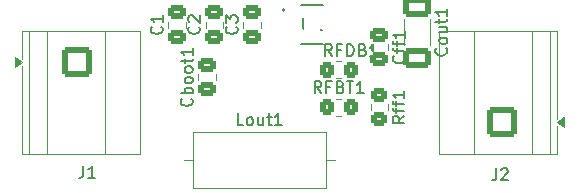
<source format=gbr>
%TF.GenerationSoftware,KiCad,Pcbnew,9.0.4*%
%TF.CreationDate,2025-09-10T23:34:52+05:30*%
%TF.ProjectId,LMR51450,4c4d5235-3134-4353-902e-6b696361645f,rev?*%
%TF.SameCoordinates,Original*%
%TF.FileFunction,Legend,Top*%
%TF.FilePolarity,Positive*%
%FSLAX46Y46*%
G04 Gerber Fmt 4.6, Leading zero omitted, Abs format (unit mm)*
G04 Created by KiCad (PCBNEW 9.0.4) date 2025-09-10 23:34:52*
%MOMM*%
%LPD*%
G01*
G04 APERTURE LIST*
G04 Aperture macros list*
%AMRoundRect*
0 Rectangle with rounded corners*
0 $1 Rounding radius*
0 $2 $3 $4 $5 $6 $7 $8 $9 X,Y pos of 4 corners*
0 Add a 4 corners polygon primitive as box body*
4,1,4,$2,$3,$4,$5,$6,$7,$8,$9,$2,$3,0*
0 Add four circle primitives for the rounded corners*
1,1,$1+$1,$2,$3*
1,1,$1+$1,$4,$5*
1,1,$1+$1,$6,$7*
1,1,$1+$1,$8,$9*
0 Add four rect primitives between the rounded corners*
20,1,$1+$1,$2,$3,$4,$5,0*
20,1,$1+$1,$4,$5,$6,$7,0*
20,1,$1+$1,$6,$7,$8,$9,0*
20,1,$1+$1,$8,$9,$2,$3,0*%
G04 Aperture macros list end*
%ADD10C,0.150000*%
%ADD11C,0.120000*%
%ADD12C,0.152400*%
%ADD13RoundRect,0.250000X-0.475000X0.337500X-0.475000X-0.337500X0.475000X-0.337500X0.475000X0.337500X0*%
%ADD14RoundRect,0.250000X0.475000X-0.337500X0.475000X0.337500X-0.475000X0.337500X-0.475000X-0.337500X0*%
%ADD15RoundRect,0.250000X-1.050000X1.050000X-1.050000X-1.050000X1.050000X-1.050000X1.050000X1.050000X0*%
%ADD16C,2.600000*%
%ADD17RoundRect,0.250000X-0.450000X0.350000X-0.450000X-0.350000X0.450000X-0.350000X0.450000X0.350000X0*%
%ADD18RoundRect,0.250000X0.350000X0.450000X-0.350000X0.450000X-0.350000X-0.450000X0.350000X-0.450000X0*%
%ADD19R,0.812800X0.254000*%
%ADD20R,1.397000X2.590800*%
%ADD21RoundRect,0.250000X-0.350000X-0.450000X0.350000X-0.450000X0.350000X0.450000X-0.350000X0.450000X0*%
%ADD22RoundRect,0.250000X1.050000X-1.050000X1.050000X1.050000X-1.050000X1.050000X-1.050000X-1.050000X0*%
%ADD23C,2.000000*%
%ADD24RoundRect,0.250001X-0.899999X0.612499X-0.899999X-0.612499X0.899999X-0.612499X0.899999X0.612499X0*%
G04 APERTURE END LIST*
D10*
X186189580Y-76938095D02*
X186237200Y-76985714D01*
X186237200Y-76985714D02*
X186284819Y-77128571D01*
X186284819Y-77128571D02*
X186284819Y-77223809D01*
X186284819Y-77223809D02*
X186237200Y-77366666D01*
X186237200Y-77366666D02*
X186141961Y-77461904D01*
X186141961Y-77461904D02*
X186046723Y-77509523D01*
X186046723Y-77509523D02*
X185856247Y-77557142D01*
X185856247Y-77557142D02*
X185713390Y-77557142D01*
X185713390Y-77557142D02*
X185522914Y-77509523D01*
X185522914Y-77509523D02*
X185427676Y-77461904D01*
X185427676Y-77461904D02*
X185332438Y-77366666D01*
X185332438Y-77366666D02*
X185284819Y-77223809D01*
X185284819Y-77223809D02*
X185284819Y-77128571D01*
X185284819Y-77128571D02*
X185332438Y-76985714D01*
X185332438Y-76985714D02*
X185380057Y-76938095D01*
X185618152Y-76652380D02*
X185618152Y-76271428D01*
X186284819Y-76509523D02*
X185427676Y-76509523D01*
X185427676Y-76509523D02*
X185332438Y-76461904D01*
X185332438Y-76461904D02*
X185284819Y-76366666D01*
X185284819Y-76366666D02*
X185284819Y-76271428D01*
X185618152Y-76080951D02*
X185618152Y-75699999D01*
X186284819Y-75938094D02*
X185427676Y-75938094D01*
X185427676Y-75938094D02*
X185332438Y-75890475D01*
X185332438Y-75890475D02*
X185284819Y-75795237D01*
X185284819Y-75795237D02*
X185284819Y-75699999D01*
X186284819Y-74842856D02*
X186284819Y-75414284D01*
X186284819Y-75128570D02*
X185284819Y-75128570D01*
X185284819Y-75128570D02*
X185427676Y-75223808D01*
X185427676Y-75223808D02*
X185522914Y-75319046D01*
X185522914Y-75319046D02*
X185570533Y-75414284D01*
X168224580Y-80549524D02*
X168272200Y-80597143D01*
X168272200Y-80597143D02*
X168319819Y-80740000D01*
X168319819Y-80740000D02*
X168319819Y-80835238D01*
X168319819Y-80835238D02*
X168272200Y-80978095D01*
X168272200Y-80978095D02*
X168176961Y-81073333D01*
X168176961Y-81073333D02*
X168081723Y-81120952D01*
X168081723Y-81120952D02*
X167891247Y-81168571D01*
X167891247Y-81168571D02*
X167748390Y-81168571D01*
X167748390Y-81168571D02*
X167557914Y-81120952D01*
X167557914Y-81120952D02*
X167462676Y-81073333D01*
X167462676Y-81073333D02*
X167367438Y-80978095D01*
X167367438Y-80978095D02*
X167319819Y-80835238D01*
X167319819Y-80835238D02*
X167319819Y-80740000D01*
X167319819Y-80740000D02*
X167367438Y-80597143D01*
X167367438Y-80597143D02*
X167415057Y-80549524D01*
X168319819Y-80120952D02*
X167319819Y-80120952D01*
X167700771Y-80120952D02*
X167653152Y-80025714D01*
X167653152Y-80025714D02*
X167653152Y-79835238D01*
X167653152Y-79835238D02*
X167700771Y-79740000D01*
X167700771Y-79740000D02*
X167748390Y-79692381D01*
X167748390Y-79692381D02*
X167843628Y-79644762D01*
X167843628Y-79644762D02*
X168129342Y-79644762D01*
X168129342Y-79644762D02*
X168224580Y-79692381D01*
X168224580Y-79692381D02*
X168272200Y-79740000D01*
X168272200Y-79740000D02*
X168319819Y-79835238D01*
X168319819Y-79835238D02*
X168319819Y-80025714D01*
X168319819Y-80025714D02*
X168272200Y-80120952D01*
X168319819Y-79073333D02*
X168272200Y-79168571D01*
X168272200Y-79168571D02*
X168224580Y-79216190D01*
X168224580Y-79216190D02*
X168129342Y-79263809D01*
X168129342Y-79263809D02*
X167843628Y-79263809D01*
X167843628Y-79263809D02*
X167748390Y-79216190D01*
X167748390Y-79216190D02*
X167700771Y-79168571D01*
X167700771Y-79168571D02*
X167653152Y-79073333D01*
X167653152Y-79073333D02*
X167653152Y-78930476D01*
X167653152Y-78930476D02*
X167700771Y-78835238D01*
X167700771Y-78835238D02*
X167748390Y-78787619D01*
X167748390Y-78787619D02*
X167843628Y-78740000D01*
X167843628Y-78740000D02*
X168129342Y-78740000D01*
X168129342Y-78740000D02*
X168224580Y-78787619D01*
X168224580Y-78787619D02*
X168272200Y-78835238D01*
X168272200Y-78835238D02*
X168319819Y-78930476D01*
X168319819Y-78930476D02*
X168319819Y-79073333D01*
X168319819Y-78168571D02*
X168272200Y-78263809D01*
X168272200Y-78263809D02*
X168224580Y-78311428D01*
X168224580Y-78311428D02*
X168129342Y-78359047D01*
X168129342Y-78359047D02*
X167843628Y-78359047D01*
X167843628Y-78359047D02*
X167748390Y-78311428D01*
X167748390Y-78311428D02*
X167700771Y-78263809D01*
X167700771Y-78263809D02*
X167653152Y-78168571D01*
X167653152Y-78168571D02*
X167653152Y-78025714D01*
X167653152Y-78025714D02*
X167700771Y-77930476D01*
X167700771Y-77930476D02*
X167748390Y-77882857D01*
X167748390Y-77882857D02*
X167843628Y-77835238D01*
X167843628Y-77835238D02*
X168129342Y-77835238D01*
X168129342Y-77835238D02*
X168224580Y-77882857D01*
X168224580Y-77882857D02*
X168272200Y-77930476D01*
X168272200Y-77930476D02*
X168319819Y-78025714D01*
X168319819Y-78025714D02*
X168319819Y-78168571D01*
X167653152Y-77549523D02*
X167653152Y-77168571D01*
X167319819Y-77406666D02*
X168176961Y-77406666D01*
X168176961Y-77406666D02*
X168272200Y-77359047D01*
X168272200Y-77359047D02*
X168319819Y-77263809D01*
X168319819Y-77263809D02*
X168319819Y-77168571D01*
X168319819Y-76311428D02*
X168319819Y-76882856D01*
X168319819Y-76597142D02*
X167319819Y-76597142D01*
X167319819Y-76597142D02*
X167462676Y-76692380D01*
X167462676Y-76692380D02*
X167557914Y-76787618D01*
X167557914Y-76787618D02*
X167605533Y-76882856D01*
X168859580Y-74461666D02*
X168907200Y-74509285D01*
X168907200Y-74509285D02*
X168954819Y-74652142D01*
X168954819Y-74652142D02*
X168954819Y-74747380D01*
X168954819Y-74747380D02*
X168907200Y-74890237D01*
X168907200Y-74890237D02*
X168811961Y-74985475D01*
X168811961Y-74985475D02*
X168716723Y-75033094D01*
X168716723Y-75033094D02*
X168526247Y-75080713D01*
X168526247Y-75080713D02*
X168383390Y-75080713D01*
X168383390Y-75080713D02*
X168192914Y-75033094D01*
X168192914Y-75033094D02*
X168097676Y-74985475D01*
X168097676Y-74985475D02*
X168002438Y-74890237D01*
X168002438Y-74890237D02*
X167954819Y-74747380D01*
X167954819Y-74747380D02*
X167954819Y-74652142D01*
X167954819Y-74652142D02*
X168002438Y-74509285D01*
X168002438Y-74509285D02*
X168050057Y-74461666D01*
X168050057Y-74080713D02*
X168002438Y-74033094D01*
X168002438Y-74033094D02*
X167954819Y-73937856D01*
X167954819Y-73937856D02*
X167954819Y-73699761D01*
X167954819Y-73699761D02*
X168002438Y-73604523D01*
X168002438Y-73604523D02*
X168050057Y-73556904D01*
X168050057Y-73556904D02*
X168145295Y-73509285D01*
X168145295Y-73509285D02*
X168240533Y-73509285D01*
X168240533Y-73509285D02*
X168383390Y-73556904D01*
X168383390Y-73556904D02*
X168954819Y-74128332D01*
X168954819Y-74128332D02*
X168954819Y-73509285D01*
X159069166Y-86264819D02*
X159069166Y-86979104D01*
X159069166Y-86979104D02*
X159021547Y-87121961D01*
X159021547Y-87121961D02*
X158926309Y-87217200D01*
X158926309Y-87217200D02*
X158783452Y-87264819D01*
X158783452Y-87264819D02*
X158688214Y-87264819D01*
X160069166Y-87264819D02*
X159497738Y-87264819D01*
X159783452Y-87264819D02*
X159783452Y-86264819D01*
X159783452Y-86264819D02*
X159688214Y-86407676D01*
X159688214Y-86407676D02*
X159592976Y-86502914D01*
X159592976Y-86502914D02*
X159497738Y-86550533D01*
X186254819Y-82018095D02*
X185778628Y-82351428D01*
X186254819Y-82589523D02*
X185254819Y-82589523D01*
X185254819Y-82589523D02*
X185254819Y-82208571D01*
X185254819Y-82208571D02*
X185302438Y-82113333D01*
X185302438Y-82113333D02*
X185350057Y-82065714D01*
X185350057Y-82065714D02*
X185445295Y-82018095D01*
X185445295Y-82018095D02*
X185588152Y-82018095D01*
X185588152Y-82018095D02*
X185683390Y-82065714D01*
X185683390Y-82065714D02*
X185731009Y-82113333D01*
X185731009Y-82113333D02*
X185778628Y-82208571D01*
X185778628Y-82208571D02*
X185778628Y-82589523D01*
X185588152Y-81732380D02*
X185588152Y-81351428D01*
X186254819Y-81589523D02*
X185397676Y-81589523D01*
X185397676Y-81589523D02*
X185302438Y-81541904D01*
X185302438Y-81541904D02*
X185254819Y-81446666D01*
X185254819Y-81446666D02*
X185254819Y-81351428D01*
X185588152Y-81160951D02*
X185588152Y-80779999D01*
X186254819Y-81018094D02*
X185397676Y-81018094D01*
X185397676Y-81018094D02*
X185302438Y-80970475D01*
X185302438Y-80970475D02*
X185254819Y-80875237D01*
X185254819Y-80875237D02*
X185254819Y-80779999D01*
X186254819Y-79922856D02*
X186254819Y-80494284D01*
X186254819Y-80208570D02*
X185254819Y-80208570D01*
X185254819Y-80208570D02*
X185397676Y-80303808D01*
X185397676Y-80303808D02*
X185492914Y-80399046D01*
X185492914Y-80399046D02*
X185540533Y-80494284D01*
X180109761Y-76954819D02*
X179776428Y-76478628D01*
X179538333Y-76954819D02*
X179538333Y-75954819D01*
X179538333Y-75954819D02*
X179919285Y-75954819D01*
X179919285Y-75954819D02*
X180014523Y-76002438D01*
X180014523Y-76002438D02*
X180062142Y-76050057D01*
X180062142Y-76050057D02*
X180109761Y-76145295D01*
X180109761Y-76145295D02*
X180109761Y-76288152D01*
X180109761Y-76288152D02*
X180062142Y-76383390D01*
X180062142Y-76383390D02*
X180014523Y-76431009D01*
X180014523Y-76431009D02*
X179919285Y-76478628D01*
X179919285Y-76478628D02*
X179538333Y-76478628D01*
X180871666Y-76431009D02*
X180538333Y-76431009D01*
X180538333Y-76954819D02*
X180538333Y-75954819D01*
X180538333Y-75954819D02*
X181014523Y-75954819D01*
X181395476Y-76954819D02*
X181395476Y-75954819D01*
X181395476Y-75954819D02*
X181633571Y-75954819D01*
X181633571Y-75954819D02*
X181776428Y-76002438D01*
X181776428Y-76002438D02*
X181871666Y-76097676D01*
X181871666Y-76097676D02*
X181919285Y-76192914D01*
X181919285Y-76192914D02*
X181966904Y-76383390D01*
X181966904Y-76383390D02*
X181966904Y-76526247D01*
X181966904Y-76526247D02*
X181919285Y-76716723D01*
X181919285Y-76716723D02*
X181871666Y-76811961D01*
X181871666Y-76811961D02*
X181776428Y-76907200D01*
X181776428Y-76907200D02*
X181633571Y-76954819D01*
X181633571Y-76954819D02*
X181395476Y-76954819D01*
X182728809Y-76431009D02*
X182871666Y-76478628D01*
X182871666Y-76478628D02*
X182919285Y-76526247D01*
X182919285Y-76526247D02*
X182966904Y-76621485D01*
X182966904Y-76621485D02*
X182966904Y-76764342D01*
X182966904Y-76764342D02*
X182919285Y-76859580D01*
X182919285Y-76859580D02*
X182871666Y-76907200D01*
X182871666Y-76907200D02*
X182776428Y-76954819D01*
X182776428Y-76954819D02*
X182395476Y-76954819D01*
X182395476Y-76954819D02*
X182395476Y-75954819D01*
X182395476Y-75954819D02*
X182728809Y-75954819D01*
X182728809Y-75954819D02*
X182824047Y-76002438D01*
X182824047Y-76002438D02*
X182871666Y-76050057D01*
X182871666Y-76050057D02*
X182919285Y-76145295D01*
X182919285Y-76145295D02*
X182919285Y-76240533D01*
X182919285Y-76240533D02*
X182871666Y-76335771D01*
X182871666Y-76335771D02*
X182824047Y-76383390D01*
X182824047Y-76383390D02*
X182728809Y-76431009D01*
X182728809Y-76431009D02*
X182395476Y-76431009D01*
X183919285Y-76954819D02*
X183347857Y-76954819D01*
X183633571Y-76954819D02*
X183633571Y-75954819D01*
X183633571Y-75954819D02*
X183538333Y-76097676D01*
X183538333Y-76097676D02*
X183443095Y-76192914D01*
X183443095Y-76192914D02*
X183347857Y-76240533D01*
X177673095Y-73749819D02*
X177673095Y-74559342D01*
X177673095Y-74559342D02*
X177720714Y-74654580D01*
X177720714Y-74654580D02*
X177768333Y-74702200D01*
X177768333Y-74702200D02*
X177863571Y-74749819D01*
X177863571Y-74749819D02*
X178054047Y-74749819D01*
X178054047Y-74749819D02*
X178149285Y-74702200D01*
X178149285Y-74702200D02*
X178196904Y-74654580D01*
X178196904Y-74654580D02*
X178244523Y-74559342D01*
X178244523Y-74559342D02*
X178244523Y-73749819D01*
X179244523Y-74749819D02*
X178673095Y-74749819D01*
X178958809Y-74749819D02*
X178958809Y-73749819D01*
X178958809Y-73749819D02*
X178863571Y-73892676D01*
X178863571Y-73892676D02*
X178768333Y-73987914D01*
X178768333Y-73987914D02*
X178673095Y-74035533D01*
X179228809Y-80084819D02*
X178895476Y-79608628D01*
X178657381Y-80084819D02*
X178657381Y-79084819D01*
X178657381Y-79084819D02*
X179038333Y-79084819D01*
X179038333Y-79084819D02*
X179133571Y-79132438D01*
X179133571Y-79132438D02*
X179181190Y-79180057D01*
X179181190Y-79180057D02*
X179228809Y-79275295D01*
X179228809Y-79275295D02*
X179228809Y-79418152D01*
X179228809Y-79418152D02*
X179181190Y-79513390D01*
X179181190Y-79513390D02*
X179133571Y-79561009D01*
X179133571Y-79561009D02*
X179038333Y-79608628D01*
X179038333Y-79608628D02*
X178657381Y-79608628D01*
X179990714Y-79561009D02*
X179657381Y-79561009D01*
X179657381Y-80084819D02*
X179657381Y-79084819D01*
X179657381Y-79084819D02*
X180133571Y-79084819D01*
X180847857Y-79561009D02*
X180990714Y-79608628D01*
X180990714Y-79608628D02*
X181038333Y-79656247D01*
X181038333Y-79656247D02*
X181085952Y-79751485D01*
X181085952Y-79751485D02*
X181085952Y-79894342D01*
X181085952Y-79894342D02*
X181038333Y-79989580D01*
X181038333Y-79989580D02*
X180990714Y-80037200D01*
X180990714Y-80037200D02*
X180895476Y-80084819D01*
X180895476Y-80084819D02*
X180514524Y-80084819D01*
X180514524Y-80084819D02*
X180514524Y-79084819D01*
X180514524Y-79084819D02*
X180847857Y-79084819D01*
X180847857Y-79084819D02*
X180943095Y-79132438D01*
X180943095Y-79132438D02*
X180990714Y-79180057D01*
X180990714Y-79180057D02*
X181038333Y-79275295D01*
X181038333Y-79275295D02*
X181038333Y-79370533D01*
X181038333Y-79370533D02*
X180990714Y-79465771D01*
X180990714Y-79465771D02*
X180943095Y-79513390D01*
X180943095Y-79513390D02*
X180847857Y-79561009D01*
X180847857Y-79561009D02*
X180514524Y-79561009D01*
X181371667Y-79084819D02*
X181943095Y-79084819D01*
X181657381Y-80084819D02*
X181657381Y-79084819D01*
X182800238Y-80084819D02*
X182228810Y-80084819D01*
X182514524Y-80084819D02*
X182514524Y-79084819D01*
X182514524Y-79084819D02*
X182419286Y-79227676D01*
X182419286Y-79227676D02*
X182324048Y-79322914D01*
X182324048Y-79322914D02*
X182228810Y-79370533D01*
X194034166Y-86464819D02*
X194034166Y-87179104D01*
X194034166Y-87179104D02*
X193986547Y-87321961D01*
X193986547Y-87321961D02*
X193891309Y-87417200D01*
X193891309Y-87417200D02*
X193748452Y-87464819D01*
X193748452Y-87464819D02*
X193653214Y-87464819D01*
X194462738Y-86560057D02*
X194510357Y-86512438D01*
X194510357Y-86512438D02*
X194605595Y-86464819D01*
X194605595Y-86464819D02*
X194843690Y-86464819D01*
X194843690Y-86464819D02*
X194938928Y-86512438D01*
X194938928Y-86512438D02*
X194986547Y-86560057D01*
X194986547Y-86560057D02*
X195034166Y-86655295D01*
X195034166Y-86655295D02*
X195034166Y-86750533D01*
X195034166Y-86750533D02*
X194986547Y-86893390D01*
X194986547Y-86893390D02*
X194415119Y-87464819D01*
X194415119Y-87464819D02*
X195034166Y-87464819D01*
X165684580Y-74461666D02*
X165732200Y-74509285D01*
X165732200Y-74509285D02*
X165779819Y-74652142D01*
X165779819Y-74652142D02*
X165779819Y-74747380D01*
X165779819Y-74747380D02*
X165732200Y-74890237D01*
X165732200Y-74890237D02*
X165636961Y-74985475D01*
X165636961Y-74985475D02*
X165541723Y-75033094D01*
X165541723Y-75033094D02*
X165351247Y-75080713D01*
X165351247Y-75080713D02*
X165208390Y-75080713D01*
X165208390Y-75080713D02*
X165017914Y-75033094D01*
X165017914Y-75033094D02*
X164922676Y-74985475D01*
X164922676Y-74985475D02*
X164827438Y-74890237D01*
X164827438Y-74890237D02*
X164779819Y-74747380D01*
X164779819Y-74747380D02*
X164779819Y-74652142D01*
X164779819Y-74652142D02*
X164827438Y-74509285D01*
X164827438Y-74509285D02*
X164875057Y-74461666D01*
X165779819Y-73509285D02*
X165779819Y-74080713D01*
X165779819Y-73794999D02*
X164779819Y-73794999D01*
X164779819Y-73794999D02*
X164922676Y-73890237D01*
X164922676Y-73890237D02*
X165017914Y-73985475D01*
X165017914Y-73985475D02*
X165065533Y-74080713D01*
X172627856Y-82809819D02*
X172151666Y-82809819D01*
X172151666Y-82809819D02*
X172151666Y-81809819D01*
X173104047Y-82809819D02*
X173008809Y-82762200D01*
X173008809Y-82762200D02*
X172961190Y-82714580D01*
X172961190Y-82714580D02*
X172913571Y-82619342D01*
X172913571Y-82619342D02*
X172913571Y-82333628D01*
X172913571Y-82333628D02*
X172961190Y-82238390D01*
X172961190Y-82238390D02*
X173008809Y-82190771D01*
X173008809Y-82190771D02*
X173104047Y-82143152D01*
X173104047Y-82143152D02*
X173246904Y-82143152D01*
X173246904Y-82143152D02*
X173342142Y-82190771D01*
X173342142Y-82190771D02*
X173389761Y-82238390D01*
X173389761Y-82238390D02*
X173437380Y-82333628D01*
X173437380Y-82333628D02*
X173437380Y-82619342D01*
X173437380Y-82619342D02*
X173389761Y-82714580D01*
X173389761Y-82714580D02*
X173342142Y-82762200D01*
X173342142Y-82762200D02*
X173246904Y-82809819D01*
X173246904Y-82809819D02*
X173104047Y-82809819D01*
X174294523Y-82143152D02*
X174294523Y-82809819D01*
X173865952Y-82143152D02*
X173865952Y-82666961D01*
X173865952Y-82666961D02*
X173913571Y-82762200D01*
X173913571Y-82762200D02*
X174008809Y-82809819D01*
X174008809Y-82809819D02*
X174151666Y-82809819D01*
X174151666Y-82809819D02*
X174246904Y-82762200D01*
X174246904Y-82762200D02*
X174294523Y-82714580D01*
X174627857Y-82143152D02*
X175008809Y-82143152D01*
X174770714Y-81809819D02*
X174770714Y-82666961D01*
X174770714Y-82666961D02*
X174818333Y-82762200D01*
X174818333Y-82762200D02*
X174913571Y-82809819D01*
X174913571Y-82809819D02*
X175008809Y-82809819D01*
X175865952Y-82809819D02*
X175294524Y-82809819D01*
X175580238Y-82809819D02*
X175580238Y-81809819D01*
X175580238Y-81809819D02*
X175485000Y-81952676D01*
X175485000Y-81952676D02*
X175389762Y-82047914D01*
X175389762Y-82047914D02*
X175294524Y-82095533D01*
X189784580Y-76287143D02*
X189832200Y-76334762D01*
X189832200Y-76334762D02*
X189879819Y-76477619D01*
X189879819Y-76477619D02*
X189879819Y-76572857D01*
X189879819Y-76572857D02*
X189832200Y-76715714D01*
X189832200Y-76715714D02*
X189736961Y-76810952D01*
X189736961Y-76810952D02*
X189641723Y-76858571D01*
X189641723Y-76858571D02*
X189451247Y-76906190D01*
X189451247Y-76906190D02*
X189308390Y-76906190D01*
X189308390Y-76906190D02*
X189117914Y-76858571D01*
X189117914Y-76858571D02*
X189022676Y-76810952D01*
X189022676Y-76810952D02*
X188927438Y-76715714D01*
X188927438Y-76715714D02*
X188879819Y-76572857D01*
X188879819Y-76572857D02*
X188879819Y-76477619D01*
X188879819Y-76477619D02*
X188927438Y-76334762D01*
X188927438Y-76334762D02*
X188975057Y-76287143D01*
X189879819Y-75715714D02*
X189832200Y-75810952D01*
X189832200Y-75810952D02*
X189784580Y-75858571D01*
X189784580Y-75858571D02*
X189689342Y-75906190D01*
X189689342Y-75906190D02*
X189403628Y-75906190D01*
X189403628Y-75906190D02*
X189308390Y-75858571D01*
X189308390Y-75858571D02*
X189260771Y-75810952D01*
X189260771Y-75810952D02*
X189213152Y-75715714D01*
X189213152Y-75715714D02*
X189213152Y-75572857D01*
X189213152Y-75572857D02*
X189260771Y-75477619D01*
X189260771Y-75477619D02*
X189308390Y-75430000D01*
X189308390Y-75430000D02*
X189403628Y-75382381D01*
X189403628Y-75382381D02*
X189689342Y-75382381D01*
X189689342Y-75382381D02*
X189784580Y-75430000D01*
X189784580Y-75430000D02*
X189832200Y-75477619D01*
X189832200Y-75477619D02*
X189879819Y-75572857D01*
X189879819Y-75572857D02*
X189879819Y-75715714D01*
X189213152Y-74525238D02*
X189879819Y-74525238D01*
X189213152Y-74953809D02*
X189736961Y-74953809D01*
X189736961Y-74953809D02*
X189832200Y-74906190D01*
X189832200Y-74906190D02*
X189879819Y-74810952D01*
X189879819Y-74810952D02*
X189879819Y-74668095D01*
X189879819Y-74668095D02*
X189832200Y-74572857D01*
X189832200Y-74572857D02*
X189784580Y-74525238D01*
X189213152Y-74191904D02*
X189213152Y-73810952D01*
X188879819Y-74049047D02*
X189736961Y-74049047D01*
X189736961Y-74049047D02*
X189832200Y-74001428D01*
X189832200Y-74001428D02*
X189879819Y-73906190D01*
X189879819Y-73906190D02*
X189879819Y-73810952D01*
X189879819Y-72953809D02*
X189879819Y-73525237D01*
X189879819Y-73239523D02*
X188879819Y-73239523D01*
X188879819Y-73239523D02*
X189022676Y-73334761D01*
X189022676Y-73334761D02*
X189117914Y-73429999D01*
X189117914Y-73429999D02*
X189165533Y-73525237D01*
X172034580Y-74461666D02*
X172082200Y-74509285D01*
X172082200Y-74509285D02*
X172129819Y-74652142D01*
X172129819Y-74652142D02*
X172129819Y-74747380D01*
X172129819Y-74747380D02*
X172082200Y-74890237D01*
X172082200Y-74890237D02*
X171986961Y-74985475D01*
X171986961Y-74985475D02*
X171891723Y-75033094D01*
X171891723Y-75033094D02*
X171701247Y-75080713D01*
X171701247Y-75080713D02*
X171558390Y-75080713D01*
X171558390Y-75080713D02*
X171367914Y-75033094D01*
X171367914Y-75033094D02*
X171272676Y-74985475D01*
X171272676Y-74985475D02*
X171177438Y-74890237D01*
X171177438Y-74890237D02*
X171129819Y-74747380D01*
X171129819Y-74747380D02*
X171129819Y-74652142D01*
X171129819Y-74652142D02*
X171177438Y-74509285D01*
X171177438Y-74509285D02*
X171225057Y-74461666D01*
X171129819Y-74128332D02*
X171129819Y-73509285D01*
X171129819Y-73509285D02*
X171510771Y-73842618D01*
X171510771Y-73842618D02*
X171510771Y-73699761D01*
X171510771Y-73699761D02*
X171558390Y-73604523D01*
X171558390Y-73604523D02*
X171606009Y-73556904D01*
X171606009Y-73556904D02*
X171701247Y-73509285D01*
X171701247Y-73509285D02*
X171939342Y-73509285D01*
X171939342Y-73509285D02*
X172034580Y-73556904D01*
X172034580Y-73556904D02*
X172082200Y-73604523D01*
X172082200Y-73604523D02*
X172129819Y-73699761D01*
X172129819Y-73699761D02*
X172129819Y-73985475D01*
X172129819Y-73985475D02*
X172082200Y-74080713D01*
X172082200Y-74080713D02*
X172034580Y-74128332D01*
D11*
%TO.C,Cff1*%
X183415000Y-75938748D02*
X183415000Y-76461252D01*
X184885000Y-75938748D02*
X184885000Y-76461252D01*
%TO.C,Cboot1*%
X168810000Y-79001252D02*
X168810000Y-78478748D01*
X170280000Y-79001252D02*
X170280000Y-78478748D01*
%TO.C,C2*%
X169445000Y-74556252D02*
X169445000Y-74033748D01*
X170915000Y-74556252D02*
X170915000Y-74033748D01*
%TO.C,J1*%
X153857500Y-74805000D02*
X163897500Y-74805000D01*
X153857500Y-77165000D02*
X153857500Y-74805000D01*
X153857500Y-85205000D02*
X153857500Y-77765000D01*
X154477500Y-74805000D02*
X154477500Y-85205000D01*
X155977500Y-74805000D02*
X155977500Y-85205000D01*
X160877500Y-74805000D02*
X160877500Y-85205000D01*
X163897500Y-74805000D02*
X163897500Y-85205000D01*
X163897500Y-85205000D02*
X153857500Y-85205000D01*
X153857500Y-77465000D02*
X153247500Y-77905000D01*
X153247500Y-77025000D01*
X153857500Y-77465000D01*
G36*
X153857500Y-77465000D02*
G01*
X153247500Y-77905000D01*
X153247500Y-77025000D01*
X153857500Y-77465000D01*
G37*
%TO.C,Rff1*%
X183415000Y-81052936D02*
X183415000Y-81507064D01*
X184885000Y-81052936D02*
X184885000Y-81507064D01*
%TO.C,RFDB1*%
X180932064Y-77370000D02*
X180477936Y-77370000D01*
X180932064Y-78840000D02*
X180477936Y-78840000D01*
D12*
%TO.C,U1*%
X177539422Y-75971400D02*
X179330578Y-75971400D01*
X179330578Y-72618600D02*
X177539422Y-72618600D01*
X176131474Y-73044685D02*
G75*
G02*
X175928274Y-73044685I-101600J0D01*
G01*
X175928274Y-73044685D02*
G75*
G02*
X176131474Y-73044685I101600J0D01*
G01*
D11*
%TO.C,RFBT1*%
X180477936Y-80545000D02*
X180932064Y-80545000D01*
X180477936Y-82015000D02*
X180932064Y-82015000D01*
%TO.C,J2*%
X189162500Y-74815000D02*
X199202500Y-74815000D01*
X189162500Y-85215000D02*
X189162500Y-74815000D01*
X192182500Y-85215000D02*
X192182500Y-74815000D01*
X197082500Y-85215000D02*
X197082500Y-74815000D01*
X198582500Y-85215000D02*
X198582500Y-74815000D01*
X199202500Y-74815000D02*
X199202500Y-82255000D01*
X199202500Y-82855000D02*
X199202500Y-85215000D01*
X199202500Y-85215000D02*
X189162500Y-85215000D01*
X199812500Y-82995000D02*
X199202500Y-82555000D01*
X199812500Y-82115000D01*
X199812500Y-82995000D01*
G36*
X199812500Y-82995000D02*
G01*
X199202500Y-82555000D01*
X199812500Y-82115000D01*
X199812500Y-82995000D01*
G37*
%TO.C,C1*%
X166270000Y-74556252D02*
X166270000Y-74033748D01*
X167740000Y-74556252D02*
X167740000Y-74033748D01*
%TO.C,Lout1*%
X167605000Y-85725000D02*
X168365000Y-85725000D01*
X180365000Y-85725000D02*
X179605000Y-85725000D01*
X168365000Y-83355000D02*
X179605000Y-83355000D01*
X179605000Y-88095000D01*
X168365000Y-88095000D01*
X168365000Y-83355000D01*
%TO.C,Cout1*%
X186190000Y-73832631D02*
X186190000Y-76027369D01*
X188460000Y-73832631D02*
X188460000Y-76027369D01*
%TO.C,C3*%
X172620000Y-74556252D02*
X172620000Y-74033748D01*
X174090000Y-74556252D02*
X174090000Y-74033748D01*
%TD*%
%LPC*%
D13*
%TO.C,Cff1*%
X184150000Y-75162500D03*
X184150000Y-77237500D03*
%TD*%
D14*
%TO.C,Cboot1*%
X169545000Y-79777500D03*
X169545000Y-77702500D03*
%TD*%
%TO.C,C2*%
X170180000Y-75332500D03*
X170180000Y-73257500D03*
%TD*%
D15*
%TO.C,J1*%
X158577500Y-77465000D03*
D16*
X158577500Y-82545000D03*
%TD*%
D17*
%TO.C,Rff1*%
X184150000Y-80280000D03*
X184150000Y-82280000D03*
%TD*%
D18*
%TO.C,RFDB1*%
X181705000Y-78105000D03*
X179705000Y-78105000D03*
%TD*%
D19*
%TO.C,U1*%
X176987200Y-73044685D03*
X176987200Y-73544811D03*
X176987200Y-74044937D03*
X176987200Y-74545063D03*
X176987200Y-75045189D03*
X176987200Y-75545315D03*
X179882800Y-75545315D03*
X179882800Y-75045189D03*
X179882800Y-74545063D03*
X179882800Y-74044937D03*
X179882800Y-73544811D03*
X179882800Y-73044685D03*
D20*
X178435000Y-74295000D03*
%TD*%
D21*
%TO.C,RFBT1*%
X179705000Y-81280000D03*
X181705000Y-81280000D03*
%TD*%
D22*
%TO.C,J2*%
X194482500Y-82555000D03*
D16*
X194482500Y-77475000D03*
%TD*%
D14*
%TO.C,C1*%
X167005000Y-75332500D03*
X167005000Y-73257500D03*
%TD*%
D23*
%TO.C,Lout1*%
X166365000Y-85725000D03*
X181605000Y-85725000D03*
%TD*%
D24*
%TO.C,Cout1*%
X187325000Y-72767500D03*
X187325000Y-77092500D03*
%TD*%
D14*
%TO.C,C3*%
X173355000Y-75332500D03*
X173355000Y-73257500D03*
%TD*%
%LPD*%
M02*

</source>
